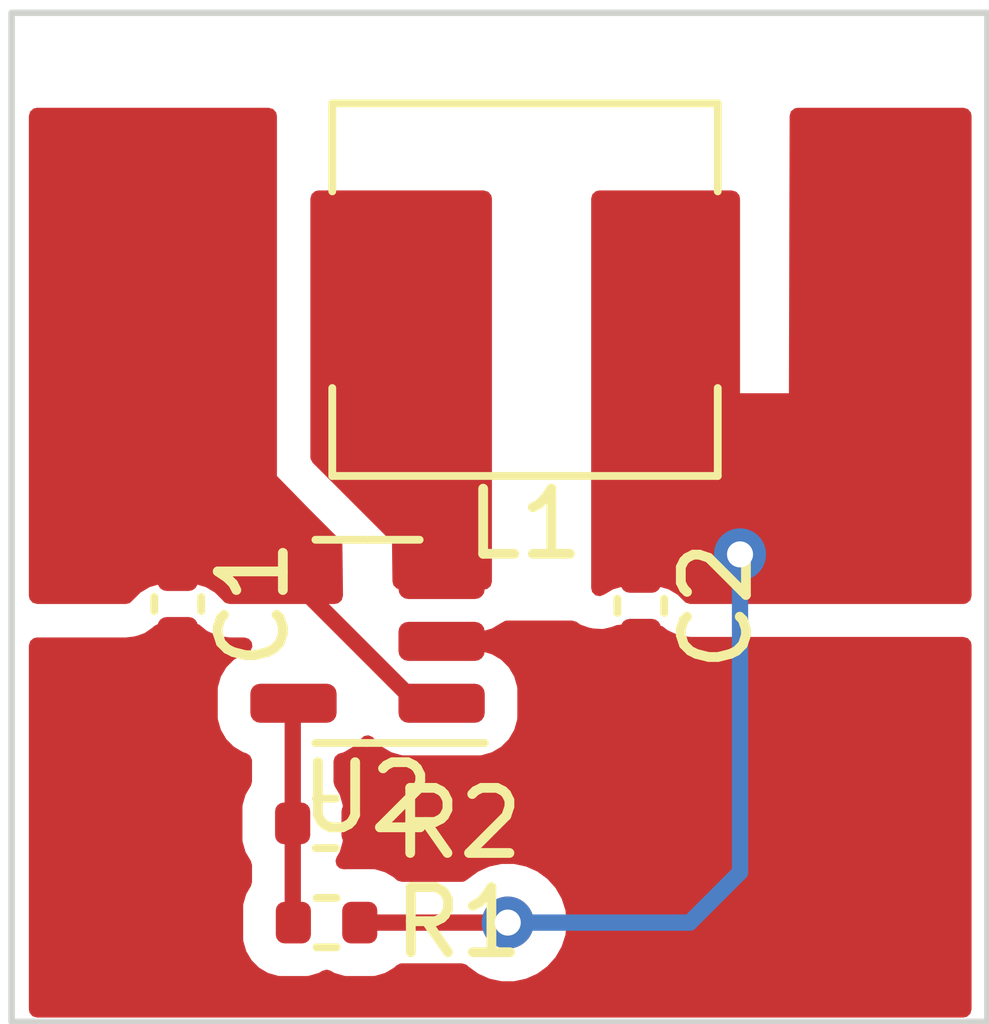
<source format=kicad_pcb>
(kicad_pcb (version 20221018) (generator pcbnew)
  (title_block (title "buck converter pcb") (date "2023-09-06"))
  (layers (0 "F.Cu" signal) (31 "B.Cu" signal) (34 "B.Paste" user) (35 "F.Paste" user) (36 "B.SilkS" user "B.Silkscreen") (37 "F.SilkS" user "F.Silkscreen") (38 "B.Mask" user) (39 "F.Mask" user) (44 "Edge.Cuts" user))
  (net 0 "")
  (net 1 "GND")
  (net 2 "/Vout")
  (net 3 "/Vin")
  (net 4 "/SW")
  (net 5 "/FB")
  (footprint "Resistor_SMD:R_0402_1005Metric" (layer "F.Cu") (at 142.748 100.33)
    (fp_text reference "R2" (at 2.034 0) (layer "F.SilkS"))
    (fp_text value "100k")
    (fp_line (start -0.153641 -0.38) (end 0.153641 -0.38) (stroke (width 0.12)) (layer "F.SilkS"))
    (fp_line (start -0.153641 0.38) (end 0.153641 0.38) (stroke (width 0.12)) (layer "F.SilkS"))
    (pad "1" smd roundrect (at -0.51 0) (size 0.54 0.64) (layers "F.Cu" "F.Paste" "F.Mask") (net 5 "/FB"))
    (pad "2" smd roundrect (at 0.51 0) (size 0.54 0.64) (layers "F.Cu" "F.Paste" "F.Mask") (net 1 "GND"))
  )
  (footprint "Inductor_SMD:L_Chilisin_BMRB00050518-B" (layer "F.Cu") (at 145.807 92.136 180)
    (fp_text reference "L1" (at 0 -3.6) (layer "F.SilkS"))
    (fp_text value "2.2u")
    (fp_line (start -2.96 -2.86) (end -2.96 -1.51) (stroke (width 0.12)) (layer "F.SilkS"))
    (fp_line (start -2.96 -2.86) (end 2.96 -2.86) (stroke (width 0.12)) (layer "F.SilkS"))
    (fp_line (start -2.96 2.86) (end -2.96 1.51) (stroke (width 0.12)) (layer "F.SilkS"))
    (fp_line (start -2.96 2.86) (end 2.96 2.86) (stroke (width 0.12)) (layer "F.SilkS"))
    (fp_line (start 2.96 -2.86) (end 2.96 -1.51) (stroke (width 0.12)) (layer "F.SilkS"))
    (fp_line (start 2.96 2.86) (end 2.96 1.51) (stroke (width 0.12)) (layer "F.SilkS"))
    (pad "1" smd rect (at -2.05 0 180) (size 1.9 2.5) (layers "F.Cu" "F.Paste" "F.Mask") (net 2 "/Vout"))
    (pad "2" smd rect (at 2.05 0 180) (size 1.9 2.5) (layers "F.Cu" "F.Paste" "F.Mask") (net 4 "/SW"))
  )
  (footprint "Capacitor_SMD:C_0402_1005Metric" (layer "F.Cu") (at 140.473 96.962 -90)
    (fp_text reference "C1" (at 0 -1.16 90) (layer "F.SilkS"))
    (fp_text value "4.7u")
    (fp_line (start -0.107836 -0.36) (end 0.107836 -0.36) (stroke (width 0.12)) (layer "F.SilkS"))
    (fp_line (start -0.107836 0.36) (end 0.107836 0.36) (stroke (width 0.12)) (layer "F.SilkS"))
    (pad "1" smd roundrect (at -0.48 0 270) (size 0.56 0.62) (layers "F.Cu" "F.Paste" "F.Mask") (net 3 "/Vin"))
    (pad "2" smd roundrect (at 0.48 0 270) (size 0.56 0.62) (layers "F.Cu" "F.Paste" "F.Mask") (net 1 "GND"))
  )
  (footprint "Package_TO_SOT_SMD:SOT-23-5" (layer "F.Cu") (at 143.3885 97.536 180)
    (fp_text reference "U2" (at 0 -2.4) (layer "F.SilkS"))
    (fp_text value "TLV62569DBV")
    (fp_line (start 0 -1.56) (end -1.8 -1.56) (stroke (width 0.12)) (layer "F.SilkS"))
    (fp_line (start 0 -1.56) (end 0.8 -1.56) (stroke (width 0.12)) (layer "F.SilkS"))
    (fp_line (start 0 1.56) (end -0.8 1.56) (stroke (width 0.12)) (layer "F.SilkS"))
    (fp_line (start 0 1.56) (end 0.8 1.56) (stroke (width 0.12)) (layer "F.SilkS"))
    (pad "1" smd roundrect (at -1.1375 -0.95 180) (size 1.325 0.6) (layers "F.Cu" "F.Paste" "F.Mask") (net 3 "/Vin"))
    (pad "2" smd roundrect (at -1.1375 0 180) (size 1.325 0.6) (layers "F.Cu" "F.Paste" "F.Mask") (net 1 "GND"))
    (pad "3" smd roundrect (at -1.1375 0.95 180) (size 1.325 0.6) (layers "F.Cu" "F.Paste" "F.Mask") (net 4 "/SW"))
    (pad "4" smd roundrect (at 1.1375 0.95 180) (size 1.325 0.6) (layers "F.Cu" "F.Paste" "F.Mask") (net 3 "/Vin"))
    (pad "5" smd roundrect (at 1.1375 -0.95 180) (size 1.325 0.6) (layers "F.Cu" "F.Paste" "F.Mask") (net 5 "/FB"))
  )
  (footprint "Resistor_SMD:R_0402_1005Metric" (layer "F.Cu") (at 142.759 101.854 180)
    (fp_text reference "R1" (at -2.032 0) (layer "F.SilkS"))
    (fp_text value "453k")
    (fp_line (start -0.153641 -0.38) (end 0.153641 -0.38) (stroke (width 0.12)) (layer "F.SilkS"))
    (fp_line (start -0.153641 0.38) (end 0.153641 0.38) (stroke (width 0.12)) (layer "F.SilkS"))
    (pad "1" smd roundrect (at -0.51 0 180) (size 0.54 0.64) (layers "F.Cu" "F.Paste" "F.Mask") (net 2 "/Vout"))
    (pad "2" smd roundrect (at 0.51 0 180) (size 0.54 0.64) (layers "F.Cu" "F.Paste" "F.Mask") (net 5 "/FB"))
  )
  (footprint "Capacitor_SMD:C_0402_1005Metric" (layer "F.Cu") (at 147.585 96.99 -90)
    (fp_text reference "C2" (at 0 -1.16 90) (layer "F.SilkS"))
    (fp_text value "10u")
    (fp_line (start -0.107836 -0.36) (end 0.107836 -0.36) (stroke (width 0.12)) (layer "F.SilkS"))
    (fp_line (start -0.107836 0.36) (end 0.107836 0.36) (stroke (width 0.12)) (layer "F.SilkS"))
    (pad "1" smd roundrect (at -0.48 0 270) (size 0.56 0.62) (layers "F.Cu" "F.Paste" "F.Mask") (net 2 "/Vout"))
    (pad "2" smd roundrect (at 0.48 0 270) (size 0.56 0.62) (layers "F.Cu" "F.Paste" "F.Mask") (net 1 "GND"))
  )
  (gr_rect (start 137.922 87.884) (end 152.908 103.378) (stroke (width 0.1)) (fill none) (layer "Edge.Cuts"))
  (segment (start 143.269 101.854) (end 145.542 101.854) (width 0.25) (layer "F.Cu") (net 2))
  (via (at 149.109 96.2) (size 0.8) (drill 0.4) (layers "F.Cu" "B.Cu") (net 2))
  (via (at 145.542 101.854) (size 0.8) (drill 0.4) (layers "F.Cu" "B.Cu") (net 2))
  (segment (start 145.542 101.854) (end 148.336 101.854) (width 0.25) (layer "B.Cu") (net 2))
  (segment (start 149.109 101.081) (end 149.109 96.2) (width 0.25) (layer "B.Cu") (net 2))
  (segment (start 148.336 101.854) (end 149.109 101.081) (width 0.25) (layer "B.Cu") (net 2))
  (segment (start 142.251 96.595251) (end 142.251 96.586) (width 0.25) (layer "F.Cu") (net 3))
  (segment (start 144.526 98.486) (end 144.141749 98.486) (width 0.25) (layer "F.Cu") (net 3))
  (segment (start 144.141749 98.486) (end 142.251 96.595251) (width 0.25) (layer "F.Cu") (net 3))
  (segment (start 142.24 101.845) (end 142.249 101.854) (width 0.25) (layer "F.Cu") (net 5))
  (segment (start 142.251 98.541) (end 142.24 98.552) (width 0.25) (layer "F.Cu") (net 5))
  (segment (start 142.24 98.552) (end 142.24 101.845) (width 0.25) (layer "F.Cu") (net 5))
  (segment (start 142.251 98.486) (end 142.251 98.541) (width 0.25) (layer "F.Cu") (net 5))
  (zone (net 1) (net_name "GND") (layer "F.Cu") (connect_pads yes (clearance 0.5)) (min_thickness 0.25) (fill yes (thermal_gap 0.5) (thermal_bridge_width 0.5))
    (polygon (pts (xy 152.665 97.216) (xy 138.187 97.216) (xy 138.187 103.312) (xy 152.665 103.312)))
  )
  (zone (net 3) (net_name "/Vin") (layer "F.Cu") (priority 2) (connect_pads yes (clearance 0.508)) (min_thickness 0.254) (fill yes (thermal_gap 0.508) (thermal_bridge_width 0.508))
    (polygon (pts (xy 143.013 96.962) (xy 138.187 96.962) (xy 138.187 89.342) (xy 141.997 89.342) (xy 141.997 94.996) (xy 142.494 95.504) (xy 143.002 96.012)))
  )
  (zone (net 2) (net_name "/Vout") (layer "F.Cu") (priority 3) (connect_pads yes (clearance 0.5)) (min_thickness 0.25) (fill yes (thermal_gap 0.5) (thermal_bridge_width 0.5))
    (polygon (pts (xy 146.823 90.612) (xy 146.823 96.962) (xy 152.665 96.962) (xy 152.665 89.342) (xy 149.871 89.342) (xy 149.86 93.726) (xy 149.109 93.726) (xy 149.109 90.612)))
  )
  (zone (net 4) (net_name "/SW") (layer "F.Cu") (priority 1) (connect_pads yes (clearance 0.5)) (min_thickness 0.25) (fill yes (thermal_gap 0.5) (thermal_bridge_width 0.5))
    (polygon (pts (xy 145.299 96.962) (xy 145.299 95.946) (xy 145.299 95.438) (xy 145.299 90.612) (xy 142.505 90.612) (xy 142.494 94.742) (xy 143.764 96.012) (xy 143.775 96.962)))
  )
)
</source>
